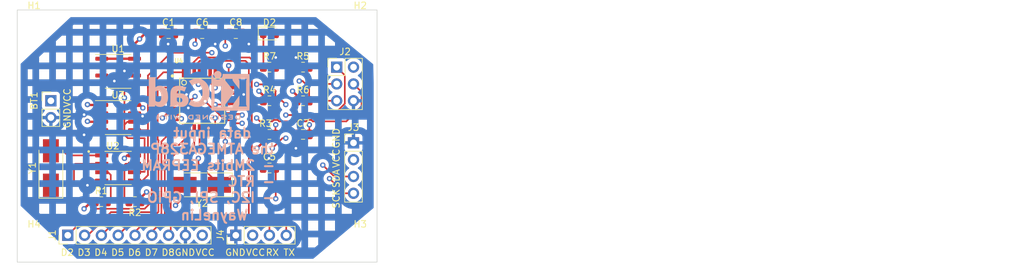
<source format=kicad_pcb>
(kicad_pcb (version 20211014) (generator pcbnew)
  (title_block (title "MCU with memory and clock") (date "2022-01-06") (rev "1") (comment 1 "2-Layout PCB version"))
  (layers (0 "F.Cu" mixed) (1 "In1.Cu" mixed) (2 "In2.Cu" mixed) (31 "B.Cu" mixed) (34 "B.Paste" user) (35 "F.Paste" user) (36 "B.SilkS" user "B.Silkscreen") (37 "F.SilkS" user "F.Silkscreen") (38 "B.Mask" user) (39 "F.Mask" user) (44 "Edge.Cuts" user))
  (property "Project_name" "MCU with memory and clock")
  (net 0 "")
  (net 1 "Net-(U4-Pad18)")
  (net 2 "GND")
  (net 3 "/VCC")
  (net 4 "Net-(U4-Pad7)")
  (net 5 "Net-(Y2-Pad1)")
  (net 6 "Net-(U4-Pad20)")
  (net 7 "Net-(D2-Pad1)")
  (net 8 "/D2")
  (net 9 "/D3")
  (net 10 "/D4")
  (net 11 "/D5")
  (net 12 "/D6")
  (net 13 "/D7")
  (net 14 "/D8")
  (net 15 "/MISO")
  (net 16 "/SCK")
  (net 17 "/MOSI")
  (net 18 "/RESET")
  (net 19 "/SDA")
  (net 20 "/RX")
  (net 21 "/TX")
  (net 22 "Net-(U2-Pad3)")
  (net 23 "Net-(U2-Pad7)")
  (net 24 "Net-(U2-Pad1)")
  (net 25 "Net-(U2-Pad2)")
  (footprint "Capacitor_SMD:C_0805_2012Metric" (layer "F.Cu") (at 129.098 108.646)
    (fp_text reference "C1" (at 0 -1.68) (layer "F.SilkS"))
    (fp_text value "0.1uF")
    (pad "1" smd roundrect locked (at -0.95 0) (size 1 1.45) (layers "F.Cu" "F.Paste" "F.Mask") (net 3 "/VCC"))
    (pad "2" smd roundrect locked (at 0.95 0) (size 1 1.45) (layers "F.Cu" "F.Paste" "F.Mask") (net 2 "GND"))
  )
  (footprint "Connector_PinHeader_2.54mm:PinHeader_1x02_P2.54mm_Vertical" (layer "F.Cu") (at 111.318 118.806)
    (fp_text reference "BT1" (at -2.54 0 90) (layer "F.SilkS"))
    (fp_text value "Battery")
    (pad "1" thru_hole rect locked (at 0 0) (size 1.7 1.7) (drill 1) (layers *.Cu *.Mask) (net 3 "/VCC"))
    (pad "2" thru_hole oval locked (at 0 2.54) (size 1.7 1.7) (drill 1) (layers *.Cu *.Mask) (net 2 "GND"))
  )
  (footprint "Connector_PinHeader_2.54mm:PinHeader_1x04_P2.54mm_Vertical" (layer "F.Cu") (at 157.038 125.166)
    (fp_text reference "J3" (at 0 -2.33) (layer "F.SilkS"))
    (fp_text value "Conn_01x04_Male")
    (pad "1" thru_hole rect locked (at 0 0) (size 1.7 1.7) (drill 1) (layers *.Cu *.Mask) (net 2 "GND"))
    (pad "2" thru_hole oval locked (at 0 2.54) (size 1.7 1.7) (drill 1) (layers *.Cu *.Mask) (net 3 "/VCC"))
    (pad "3" thru_hole oval locked (at 0 5.08) (size 1.7 1.7) (drill 1) (layers *.Cu *.Mask) (net 19 "/SDA"))
    (pad "4" thru_hole oval locked (at 0 7.62) (size 1.7 1.7) (drill 1) (layers *.Cu *.Mask) (net 16 "/SCK"))
  )
  (footprint "Package_SO:SOIC-8_3.9x4.9mm_P1.27mm" (layer "F.Cu") (at 121.478 121.346)
    (fp_text reference "U3" (at 0 -3.4) (layer "F.SilkS"))
    (fp_text value "24LC1025")
    (pad "1" smd roundrect locked (at -2.475 -1.905) (size 1.95 0.6) (layers "F.Cu" "F.Paste" "F.Mask") (net 3 "/VCC"))
    (pad "2" smd roundrect locked (at -2.475 -0.635) (size 1.95 0.6) (layers "F.Cu" "F.Paste" "F.Mask") (net 2 "GND"))
    (pad "3" smd roundrect locked (at -2.475 0.635) (size 1.95 0.6) (layers "F.Cu" "F.Paste" "F.Mask") (net 3 "/VCC"))
    (pad "4" smd roundrect locked (at -2.475 1.905) (size 1.95 0.6) (layers "F.Cu" "F.Paste" "F.Mask") (net 2 "GND"))
    (pad "5" smd roundrect locked (at 2.475 1.905) (size 1.95 0.6) (layers "F.Cu" "F.Paste" "F.Mask") (net 19 "/SDA"))
    (pad "6" smd roundrect locked (at 2.475 0.635) (size 1.95 0.6) (layers "F.Cu" "F.Paste" "F.Mask") (net 16 "/SCK"))
    (pad "7" smd roundrect locked (at 2.475 -0.635) (size 1.95 0.6) (layers "F.Cu" "F.Paste" "F.Mask") (net 2 "GND"))
    (pad "8" smd roundrect locked (at 2.475 -1.905) (size 1.95 0.6) (layers "F.Cu" "F.Paste" "F.Mask") (net 3 "/VCC"))
  )
  (footprint "Connector_PinHeader_2.54mm:PinHeader_2x03_P2.54mm_Vertical" (layer "F.Cu") (at 154.498 113.726)
    (fp_text reference "J2" (at 1.27 -2.33) (layer "F.SilkS"))
    (fp_text value "Conn_02x03_Odd_Even")
    (pad "1" thru_hole rect locked (at 0 0) (size 1.7 1.7) (drill 1) (layers *.Cu *.Mask) (net 15 "/MISO"))
    (pad "2" thru_hole oval locked (at 2.54 0) (size 1.7 1.7) (drill 1) (layers *.Cu *.Mask) (net 3 "/VCC"))
    (pad "3" thru_hole oval locked (at 0 2.54) (size 1.7 1.7) (drill 1) (layers *.Cu *.Mask) (net 16 "/SCK"))
    (pad "4" thru_hole oval locked (at 2.54 2.54) (size 1.7 1.7) (drill 1) (layers *.Cu *.Mask) (net 17 "/MOSI"))
    (pad "5" thru_hole oval locked (at 0 5.08) (size 1.7 1.7) (drill 1) (layers *.Cu *.Mask) (net 18 "/RESET"))
    (pad "6" thru_hole oval locked (at 2.54 5.08) (size 1.7 1.7) (drill 1) (layers *.Cu *.Mask) (net 2 "GND"))
  )
  (footprint "Resistor_SMD:R_0805_2012Metric" (layer "F.Cu") (at 144.338 118.806)
    (fp_text reference "R4" (at 0 -1.65) (layer "F.SilkS"))
    (fp_text value "4.7K")
    (pad "1" smd roundrect locked (at -0.9125 0) (size 1.025 1.4) (layers "F.Cu" "F.Paste" "F.Mask") (roundrect_rratio 0.243902439) (net 3 "/VCC"))
    (pad "2" smd roundrect locked (at 0.9125 0) (size 1.025 1.4) (layers "F.Cu" "F.Paste" "F.Mask") (roundrect_rratio 0.243902439) (net 19 "/SDA"))
  )
  (footprint "Capacitor_SMD:C_0805_2012Metric" (layer "F.Cu") (at 149.418 123.886)
    (fp_text reference "C7" (at 0 -1.68) (layer "F.SilkS"))
    (fp_text value "0.1uF")
    (pad "1" smd roundrect locked (at -0.95 0) (size 1 1.45) (layers "F.Cu" "F.Paste" "F.Mask") (net 2 "GND"))
    (pad "2" smd roundrect locked (at 0.95 0) (size 1 1.45) (layers "F.Cu" "F.Paste" "F.Mask") (net 6 "Net-(U4-Pad20)"))
  )
  (footprint "Resistor_SMD:R_0805_2012Metric" (layer "F.Cu") (at 124.018 134.046 180)
    (fp_text reference "R2" (at 0 -1.65) (layer "F.SilkS"))
    (fp_text value "10k")
    (pad "1" smd roundrect locked (at -0.9125 0 180) (size 1.025 1.4) (layers "F.Cu" "F.Paste" "F.Mask") (roundrect_rratio 0.243902439) (net 3 "/VCC"))
    (pad "2" smd roundrect locked (at 0.9125 0 180) (size 1.025 1.4) (layers "F.Cu" "F.Paste" "F.Mask") (roundrect_rratio 0.243902439) (net 23 "Net-(U2-Pad7)"))
  )
  (footprint "MountingHole:MountingHole_2.1mm" (layer "F.Cu") (at 108.778 140.65)
    (fp_text reference "H4" (at 0 -3.2) (layer "F.SilkS"))
    (fp_text value "MountingHole")
    (pad "" np_thru_hole circle locked (at 0 0) (size 2.1 2.1) (drill 2.1) (layers *.Cu *.Mask))
  )
  (footprint "Resistor_SMD:R_0805_2012Metric" (layer "F.Cu") (at 118.938 134.046)
    (fp_text reference "R1" (at 0 -1.65) (layer "F.SilkS"))
    (fp_text value "10k")
    (pad "1" smd roundrect locked (at -0.9125 0) (size 1.025 1.4) (layers "F.Cu" "F.Paste" "F.Mask") (roundrect_rratio 0.243902439) (net 3 "/VCC"))
    (pad "2" smd roundrect locked (at 0.9125 0) (size 1.025 1.4) (layers "F.Cu" "F.Paste" "F.Mask") (roundrect_rratio 0.243902439) (net 22 "Net-(U2-Pad3)"))
  )
  (footprint "Capacitor_SMD:C_0805_2012Metric" (layer "F.Cu") (at 134.178 108.646)
    (fp_text reference "C6" (at 0 -1.68) (layer "F.SilkS"))
    (fp_text value "22pF")
    (pad "1" smd roundrect locked (at -0.95 0) (size 1 1.45) (layers "F.Cu" "F.Paste" "F.Mask") (net 5 "Net-(Y2-Pad1)"))
    (pad "2" smd roundrect locked (at 0.95 0) (size 1 1.45) (layers "F.Cu" "F.Paste" "F.Mask") (net 2 "GND"))
  )
  (footprint "footprint:QFP80P900X900X120-32N" (layer "F.Cu") (at 134.178 118.806)
    (fp_text reference "U4" (at -3.543445 -6.038067) (layer "F.SilkS") (effects (font (size 0.641239 0.641239))))
    (fp_text value "ATMEGA328P-AU")
    (pad "1" smd rect locked (at -4.3 -2.8) (size 1.5 0.55) (layers "F.Cu" "F.Paste" "F.Mask") (net 9 "/D3"))
    (pad "2" smd rect locked (at -4.3 -2) (size 1.5 0.55) (layers "F.Cu" "F.Paste" "F.Mask") (net 10 "/D4"))
    (pad "3" smd rect locked (at -4.3 -1.2) (size 1.5 0.55) (layers "F.Cu" "F.Paste" "F.Mask") (net 2 "GND"))
    (pad "4" smd rect locked (at -4.3 -0.4) (size 1.5 0.55) (layers "F.Cu" "F.Paste" "F.Mask") (net 3 "/VCC"))
    (pad "5" smd rect locked (at -4.3 0.4) (size 1.5 0.55) (layers "F.Cu" "F.Paste" "F.Mask") (net 2 "GND"))
    (pad "6" smd rect locked (at -4.3 1.2) (size 1.5 0.55) (layers "F.Cu" "F.Paste" "F.Mask"))
    (pad "7" smd rect locked (at -4.3 2) (size 1.5 0.55) (layers "F.Cu" "F.Paste" "F.Mask") (net 4 "Net-(U4-Pad7)"))
    (pad "8" smd rect locked (at -4.3 2.8) (size 1.5 0.55) (layers "F.Cu" "F.Paste" "F.Mask") (net 5 "Net-(Y2-Pad1)"))
    (pad "9" smd rect locked (at -2.8 4.3) (size 0.55 1.5) (layers "F.Cu" "F.Paste" "F.Mask") (net 11 "/D5"))
    (pad "10" smd rect locked (at -2 4.3) (size 0.55 1.5) (layers "F.Cu" "F.Paste" "F.Mask") (net 12 "/D6"))
    (pad "11" smd rect locked (at -1.2 4.3) (size 0.55 1.5) (layers "F.Cu" "F.Paste" "F.Mask") (net 13 "/D7"))
    (pad "12" smd rect locked (at -0.4 4.3) (size 0.55 1.5) (layers "F.Cu" "F.Paste" "F.Mask") (net 14 "/D8"))
    (pad "13" smd rect locked (at 0.4 4.3) (size 0.55 1.5) (layers "F.Cu" "F.Paste" "F.Mask"))
    (pad "14" smd rect locked (at 1.2 4.3) (size 0.55 1.5) (layers "F.Cu" "F.Paste" "F.Mask"))
    (pad "15" smd rect locked (at 2 4.3) (size 0.55 1.5) (layers "F.Cu" "F.Paste" "F.Mask") (net 17 "/MOSI"))
    (pad "16" smd rect locked (at 2.8 4.3) (size 0.55 1.5) (layers "F.Cu" "F.Paste" "F.Mask") (net 15 "/MISO"))
    (pad "17" smd rect locked (at 4.3 2.8) (size 1.5 0.55) (layers "F.Cu" "F.Paste" "F.Mask") (net 16 "/SCK"))
    (pad "18" smd rect locked (at 4.3 2) (size 1.5 0.55) (layers "F.Cu" "F.Paste" "F.Mask") (net 3 "/VCC"))
    (pad "19" smd rect locked (at 4.3 1.2) (size 1.5 0.55) (layers "F.Cu" "F.Paste" "F.Mask"))
    (pad "20" smd rect locked (at 4.3 0.4) (size 1.5 0.55) (layers "F.Cu" "F.Paste" "F.Mask") (net 6 "Net-(U4-Pad20)"))
    (pad "21" smd rect locked (at 4.3 -0.4) (size 1.5 0.55) (layers "F.Cu" "F.Paste" "F.Mask") (net 2 "GND"))
    (pad "22" smd rect locked (at 4.3 -1.2) (size 1.5 0.55) (layers "F.Cu" "F.Paste" "F.Mask"))
    (pad "23" smd rect locked (at 4.3 -2) (size 1.5 0.55) (layers "F.Cu" "F.Paste" "F.Mask"))
    (pad "24" smd rect locked (at 4.3 -2.8) (size 1.5 0.55) (layers "F.Cu" "F.Paste" "F.Mask"))
    (pad "25" smd rect locked (at 2.8 -4.3) (size 0.55 1.5) (layers "F.Cu" "F.Paste" "F.Mask"))
    (pad "26" smd rect locked (at 2 -4.3) (size 0.55 1.5) (layers "F.Cu" "F.Paste" "F.Mask"))
    (pad "27" smd rect locked (at 1.2 -4.3) (size 0.55 1.5) (layers "F.Cu" "F.Paste" "F.Mask") (net 19 "/SDA"))
    (pad "28" smd rect locked (at 0.4 -4.3) (size 0.55 1.5) (layers "F.Cu" "F.Paste" "F.Mask") (net 16 "/SCK"))
    (pad "29" smd rect locked (at -0.4 -4.3) (size 0.55 1.5) (layers "F.Cu" "F.Paste" "F.Mask") (net 18 "/RESET"))
    (pad "30" smd rect locked (at -1.2 -4.3) (size 0.55 1.5) (layers "F.Cu" "F.Paste" "F.Mask") (net 20 "/RX"))
    (pad "31" smd rect locked (at -2 -4.3) (size 0.55 1.5) (layers "F.Cu" "F.Paste" "F.Mask") (net 21 "/TX"))
    (pad "32" smd rect locked (at -2.8 -4.3) (size 0.55 1.5) (layers "F.Cu" "F.Paste" "F.Mask") (net 8 "/D2"))
  )
  (footprint "Crystal:Crystal_SMD_5032-2Pin_5.0x3.2mm_HandSoldering" (layer "F.Cu") (at 134.178 131.506 180)
    (fp_text reference "Y2" (at 0 -2.8) (layer "F.SilkS"))
    (fp_text value "16 MHz")
    (pad "1" smd rect locked (at -2.6 0 180) (size 3.5 2.4) (layers "F.Cu" "F.Paste" "F.Mask") (net 5 "Net-(Y2-Pad1)"))
    (pad "2" smd rect locked (at 2.6 0 180) (size 3.5 2.4) (layers "F.Cu" "F.Paste" "F.Mask") (net 4 "Net-(U4-Pad7)"))
  )
  (footprint "MountingHole:MountingHole_2.1mm" (layer "F.Cu") (at 158.054 107.63)
    (fp_text reference "H2" (at 0 -3.2) (layer "F.SilkS"))
    (fp_text value "MountingHole")
    (pad "" np_thru_hole circle locked (at 0 0) (size 2.1 2.1) (drill 2.1) (layers *.Cu *.Mask))
  )
  (footprint "Connector_PinHeader_2.54mm:PinHeader_1x04_P2.54mm_Vertical" (layer "F.Cu") (at 139.258 139.126 90)
    (fp_text reference "J4" (at 0 -2.33 90) (layer "F.SilkS"))
    (fp_text value "Conn_01x04_Male")
    (pad "1" thru_hole rect locked (at 0 0 90) (size 1.7 1.7) (drill 1) (layers *.Cu *.Mask) (net 2 "GND"))
    (pad "2" thru_hole oval locked (at 0 2.54 90) (size 1.7 1.7) (drill 1) (layers *.Cu *.Mask) (net 3 "/VCC"))
    (pad "3" thru_hole oval locked (at 0 5.08 90) (size 1.7 1.7) (drill 1) (layers *.Cu *.Mask) (net 20 "/RX"))
    (pad "4" thru_hole oval locked (at 0 7.62 90) (size 1.7 1.7) (drill 1) (layers *.Cu *.Mask) (net 21 "/TX"))
  )
  (footprint "footprint:SOIC127P600X175-8N" (layer "F.Cu") (at 121.478 128.966)
    (fp_text reference "U2" (at -0.795 -3.332) (layer "F.SilkS"))
    (fp_text value "DS1337S+")
    (pad "1" smd roundrect locked (at -2.475 -1.905) (size 1.97 0.59) (layers "F.Cu" "F.Paste" "F.Mask") (roundrect_rratio 0.07) (net 24 "Net-(U2-Pad1)"))
    (pad "2" smd roundrect locked (at -2.475 -0.635) (size 1.97 0.59) (layers "F.Cu" "F.Paste" "F.Mask") (roundrect_rratio 0.07) (net 25 "Net-(U2-Pad2)"))
    (pad "3" smd roundrect locked (at -2.475 0.635) (size 1.97 0.59) (layers "F.Cu" "F.Paste" "F.Mask") (roundrect_rratio 0.07) (net 22 "Net-(U2-Pad3)"))
    (pad "4" smd roundrect locked (at -2.475 1.905) (size 1.97 0.59) (layers "F.Cu" "F.Paste" "F.Mask") (roundrect_rratio 0.07) (net 2 "GND"))
    (pad "5" smd roundrect locked (at 2.475 1.905) (size 1.97 0.59) (layers "F.Cu" "F.Paste" "F.Mask") (roundrect_rratio 0.07) (net 19 "/SDA"))
    (pad "6" smd roundrect locked (at 2.475 0.635) (size 1.97 0.59) (layers "F.Cu" "F.Paste" "F.Mask") (roundrect_rratio 0.07) (net 16 "/SCK"))
    (pad "7" smd roundrect locked (at 2.475 -0.635) (size 1.97 0.59) (layers "F.Cu" "F.Paste" "F.Mask") (roundrect_rratio 0.07) (net 23 "Net-(U2-Pad7)"))
    (pad "8" smd roundrect locked (at 2.475 -1.905) (size 1.97 0.59) (layers "F.Cu" "F.Paste" "F.Mask") (roundrect_rratio 0.07) (net 3 "/VCC"))
  )
  (footprint "Capacitor_SMD:C_0805_2012Metric" (layer "F.Cu") (at 139.258 108.646)
    (fp_text reference "C8" (at 0 -1.68) (layer "F.SilkS"))
    (fp_text value "100nF")
    (pad "1" smd roundrect locked (at -0.95 0) (size 1 1.45) (layers "F.Cu" "F.Paste" "F.Mask") (net 3 "/VCC"))
    (pad "2" smd roundrect locked (at 0.95 0) (size 1 1.45) (layers "F.Cu" "F.Paste" "F.Mask") (net 2 "GND"))
  )
  (footprint "Resistor_SMD:R_0805_2012Metric" (layer "F.Cu") (at 144.338 113.726)
    (fp_text reference "R7" (at 0 -1.65) (layer "F.SilkS"))
    (fp_text value "330")
    (pad "1" smd roundrect locked (at -0.9125 0) (size 1.025 1.4) (layers "F.Cu" "F.Paste" "F.Mask") (roundrect_rratio 0.243902439) (net 7 "Net-(D2-Pad1)"))
    (pad "2" smd roundrect locked (at 0.9125 0) (size 1.025 1.4) (layers "F.Cu" "F.Paste" "F.Mask") (roundrect_rratio 0.243902439) (net 2 "GND"))
  )
  (footprint "Resistor_SMD:R_0805_2012Metric" (layer "F.Cu") (at 149.418 118.806)
    (fp_text reference "R6" (at 0 -1.65) (layer "F.SilkS"))
    (fp_text value "10K")
    (pad "1" smd roundrect locked (at -0.9125 0) (size 1.025 1.4) (layers "F.Cu" "F.Paste" "F.Mask") (roundrect_rratio 0.243902439) (net 3 "/VCC"))
    (pad "2" smd roundrect locked (at 0.9125 0) (size 1.025 1.4) (layers "F.Cu" "F.Paste" "F.Mask") (roundrect_rratio 0.243902439) (net 18 "/RESET"))
  )
  (footprint "Capacitor_SMD:C_0805_2012Metric" (layer "F.Cu") (at 144.338 128.966)
    (fp_text reference "C5" (at 0 -1.68) (layer "F.SilkS"))
    (fp_text value "22pF")
    (pad "1" smd roundrect locked (at -0.95 0) (size 1 1.45) (layers "F.Cu" "F.Paste" "F.Mask") (net 2 "GND"))
    (pad "2" smd roundrect locked (at 0.95 0) (size 1 1.45) (layers "F.Cu" "F.Paste" "F.Mask") (net 4 "Net-(U4-Pad7)"))
  )
  (footprint "LED_SMD:LED_0805_2012Metric" (layer "F.Cu") (at 144.338 108.646)
    (fp_text reference "D2" (at 0 -1.65) (layer "F.SilkS"))
    (fp_text value "LED")
    (pad "1" smd roundrect locked (at -0.9375 0) (size 0.975 1.4) (layers "F.Cu" "F.Paste" "F.Mask") (net 7 "Net-(D2-Pad1)"))
    (pad "2" smd roundrect locked (at 0.9375 0) (size 0.975 1.4) (layers "F.Cu" "F.Paste" "F.Mask") (net 1 "Net-(U4-Pad18)"))
  )
  (footprint "Crystal:Crystal_SMD_5032-2Pin_5.0x3.2mm_HandSoldering" (layer "F.Cu") (at 111.318 128.966 90)
    (fp_text reference "Y1" (at 0 -2.8 90) (layer "F.SilkS"))
    (fp_text value "32.768 KHz")
    (pad "1" smd rect locked (at -2.6 0 90) (size 3.5 2.4) (layers "F.Cu" "F.Paste" "F.Mask") (net 25 "Net-(U2-Pad2)"))
    (pad "2" smd rect locked (at 2.6 0 90) (size 3.5 2.4) (layers "F.Cu" "F.Paste" "F.Mask") (net 24 "Net-(U2-Pad1)"))
  )
  (footprint "Package_SO:SOIC-8_3.9x4.9mm_P1.27mm" (layer "F.Cu") (at 121.478 114.361)
    (fp_text reference "U1" (at 0 -3.4) (layer "F.SilkS"))
    (fp_text value "24LC1025")
    (pad "1" smd roundrect locked (at -2.475 -1.905) (size 1.95 0.6) (layers "F.Cu" "F.Paste" "F.Mask") (net 3 "/VCC"))
    (pad "2" smd roundrect locked (at -2.475 -0.635) (size 1.95 0.6) (layers "F.Cu" "F.Paste" "F.Mask") (net 3 "/VCC"))
    (pad "3" smd roundrect locked (at -2.475 0.635) (size 1.95 0.6) (layers "F.Cu" "F.Paste" "F.Mask") (net 3 "/VCC"))
    (pad "4" smd roundrect locked (at -2.475 1.905) (size 1.95 0.6) (layers "F.Cu" "F.Paste" "F.Mask") (net 2 "GND"))
    (pad "5" smd roundrect locked (at 2.475 1.905) (size 1.95 0.6) (layers "F.Cu" "F.Paste" "F.Mask") (net 19 "/SDA"))
    (pad "6" smd roundrect locked (at 2.475 0.635) (size 1.95 0.6) (layers "F.Cu" "F.Paste" "F.Mask") (net 16 "/SCK"))
    (pad "7" smd roundrect locked (at 2.475 -0.635) (size 1.95 0.6) (layers "F.Cu" "F.Paste" "F.Mask") (net 2 "GND"))
    (pad "8" smd roundrect locked (at 2.475 -1.905) (size 1.95 0.6) (layers "F.Cu" "F.Paste" "F.Mask") (net 3 "/VCC"))
  )
  (footprint "MountingHole:MountingHole_2.1mm" (layer "F.Cu") (at 158.054 140.65)
    (fp_text reference "H3" (at 0 -3.2) (layer "F.SilkS"))
    (fp_text value "MountingHole")
    (pad "" np_thru_hole circle locked (at 0 0) (size 2.1 2.1) (drill 2.1) (layers *.Cu *.Mask))
  )
  (footprint "Connector_PinHeader_2.54mm:PinHeader_1x09_P2.54mm_Vertical" (layer "F.Cu") (at 113.868 139.126 90)
    (fp_text reference "J1" (at 0 -2.33 90) (layer "F.SilkS"))
    (fp_text value "Conn_01x09_Male")
    (pad "1" thru_hole rect locked (at 0 0 90) (size 1.7 1.7) (drill 1) (layers *.Cu *.Mask) (net 8 "/D2"))
    (pad "2" thru_hole oval locked (at 0 2.54 90) (size 1.7 1.7) (drill 1) (layers *.Cu *.Mask) (net 9 "/D3"))
    (pad "3" thru_hole oval locked (at 0 5.08 90) (size 1.7 1.7) (drill 1) (layers *.Cu *.Mask) (net 10 "/D4"))
    (pad "4" thru_hole oval locked (at 0 7.62 90) (size 1.7 1.7) (drill 1) (layers *.Cu *.Mask) (net 11 "/D5"))
    (pad "5" thru_hole oval locked (at 0 10.16 90) (size 1.7 1.7) (drill 1) (layers *.Cu *.Mask) (net 12 "/D6"))
    (pad "6" thru_hole oval locked (at 0 12.7 90) (size 1.7 1.7) (drill 1) (layers *.Cu *.Mask) (net 13 "/D7"))
    (pad "7" thru_hole oval locked (at 0 15.24 90) (size 1.7 1.7) (drill 1) (layers *.Cu *.Mask) (net 14 "/D8"))
    (pad "8" thru_hole oval locked (at 0 17.78 90) (size 1.7 1.7) (drill 1) (layers *.Cu *.Mask) (net 2 "GND"))
    (pad "9" thru_hole oval locked (at 0 20.32 90) (size 1.7 1.7) (drill 1) (layers *.Cu *.Mask) (net 3 "/VCC"))
  )
  (footprint "Resistor_SMD:R_0805_2012Metric" (layer "F.Cu") (at 149.418 113.726)
    (fp_text reference "R5" (at 0 -1.65) (layer "F.SilkS"))
    (fp_text value "330")
    (pad "1" smd roundrect locked (at -0.9125 0) (size 1.025 1.4) (layers "F.Cu" "F.Paste" "F.Mask") (roundrect_rratio 0.243902439) (net 2 "GND"))
    (pad "2" smd roundrect locked (at 0.9125 0) (size 1.025 1.4) (layers "F.Cu" "F.Paste" "F.Mask") (roundrect_rratio 0.243902439) (net 16 "/SCK"))
  )
  (footprint "Resistor_SMD:R_0805_2012Metric" (layer "F.Cu") (at 144.338 123.886)
    (fp_text reference "R3" (at -0.574 -1.65) (layer "F.SilkS"))
    (fp_text value "4.7K")
    (pad "1" smd roundrect locked (at -0.9125 0) (size 1.025 1.4) (layers "F.Cu" "F.Paste" "F.Mask") (roundrect_rratio 0.243902439) (net 3 "/VCC"))
    (pad "2" smd roundrect locked (at 0.9125 0) (size 1.025 1.4) (layers "F.Cu" "F.Paste" "F.Mask") (roundrect_rratio 0.243902439) (net 16 "/SCK"))
  )
  (footprint "MountingHole:MountingHole_2.1mm" (layer "F.Cu") (at 108.778 107.63)
    (fp_text reference "H1" (at 0 -3.2) (layer "F.SilkS"))
    (fp_text value "MountingHole")
    (pad "" np_thru_hole circle locked (at 0 0) (size 2.1 2.1) (drill 2.1) (layers *.Cu *.Mask))
  )
  (footprint "Symbol:KiCad-Logo2_6mm_SilkScreen" (layer "B.Cu") (at 133.67 117.282 180)
    (fp_text reference "REF**" hide)
    (fp_text value "KiCad-Logo2_6mm_SilkScreen" hide)
  )
  (gr_rect (start 106.238 143.19) (end 160.594 105.09) (layer "Edge.Cuts") (width 0.1) (fill none))
  (gr_text "data input\nthe ATMEGA328P" (at 135.702 124.902) (layer "B.SilkS") (effects (font (size 1.5 1.5) (thickness 0.3)) (justify mirror)))
  (gr_text "WayneLin" (at 141.29 136.078) (layer "B.SilkS") (effects (font (size 1.5 1.5) (thickness 0.3)) (justify left mirror)))
  (gr_text "- 2Mbits EEPRAM\n- RTC\n- I2C, SPI, GPIO\n" (at 145.354 130.998) (layer "B.SilkS") (effects (font (size 1.5 1.5) (thickness 0.3)) (justify left mirror)))
  (gr_text "GND\n" (at 154.432 124.46 90) (layer "F.SilkS") (effects (font (size 1 1))))
  (gr_text "D5" (at 121.412 141.732) (layer "F.SilkS") (effects (font (size 1 1))))
  (gr_text "VCC" (at 142.24 141.732) (layer "F.SilkS") (effects (font (size 1 1))))
  (gr_text "GND\n" (at 113.792 121.412 90) (layer "F.SilkS") (effects (font (size 1 1))))
  (gr_text "GND\n" (at 139.192 141.732) (layer "F.SilkS") (effects (font (size 1 1))))
  (gr_text "GND\n" (at 131.572 141.732) (layer "F.SilkS") (effects (font (size 1 1))))
  (gr_text "D8" (at 129.032 141.732) (layer "F.SilkS") (effects (font (size 1 1))))
  (gr_text "D3\n" (at 116.332 141.732) (layer "F.SilkS") (effects (font (size 1 1))))
  (gr_text "TX\n" (at 147.32 141.729389) (layer "F.SilkS") (effects (font (size 1 1))))
  (gr_text "D4\n" (at 118.872 141.732) (layer "F.SilkS") (effects (font (size 1 1))))
  (gr_text "D7" (at 126.492 141.732) (layer "F.SilkS") (effects (font (size 1 1))))
  (gr_text "D2" (at 113.792 141.732) (layer "F.SilkS") (effects (font (size 1 1))))
  (gr_text "VCC" (at 113.792 118.364 90) (layer "F.SilkS") (effects (font (size 1 1))))
  (gr_text "RX\n" (at 144.78 141.732) (layer "F.SilkS") (effects (font (size 1 1))))
  (gr_text "SDA\n" (at 154.432 130.556 90) (layer "F.SilkS") (effects (font (size 1 1))))
  (gr_text "VCC" (at 154.432 127.508 90) (layer "F.SilkS") (effects (font (size 1 1))))
  (gr_text "D6\n" (at 123.952 141.732) (layer "F.SilkS") (effects (font (size 1 1))))
  (gr_text "SCK" (at 154.432 133.604 90) (layer "F.SilkS") (effects (font (size 1 1))))
  (gr_text "VCC" (at 134.62 141.732) (layer "F.SilkS") (effects (font (size 1 1))))
  (segment (start 131.561972 117.606) (end 131.811972 117.856) (width 0.35) (layer "F.Cu") (net 2))
  (segment (start 120.462 116.266) (end 120.904 115.824) (width 0.35) (layer "F.Cu") (net 2))
  (segment (start 148.468 123.886) (end 148.468 125.852) (width 0.35) (layer "F.Cu") (net 2))
  (segment (start 143.388 128.392) (end 144.272 127.508) (width 0.35) (layer "F.Cu") (net 2))
  (segment (start 140.208 109.728) (end 140.716 110.236) (width 0.35) (layer "F.Cu") (net 2))
  (segment (start 140.716 110.236) (end 141.224 110.236) (width 0.35) (layer "F.Cu") (net 2))
  (segment (start 135.128 108.646) (end 135.128 109.22) (width 0.35) (layer "F.Cu") (net 2))
  (segment (start 119.003 116.266) (end 120.462 116.266) (width 0.35) (layer "F.Cu") (net 2))
  (segment (start 139.8995 118.406) (end 140.4495 117.856) (width 0.35) (layer "F.Cu") (net 2))
  (segment (start 119.003 120.711) (end 116.525 120.711) (width 0.35) (layer "F.Cu") (net 2))
  (segment (start 116.525 120.711) (end 116.332 120.904) (width 0.35) (layer "F.Cu") (net 2))
  (segment (start 129.878 117.606) (end 131.561972 117.606) (width 0.35) (layer "F.Cu") (net 2))
  (segment (start 145.2505 113.726) (end 145.2505 112.3055) (width 0.35) (layer "F.Cu") (net 2))
  (segment (start 117.033 123.251) (end 116.332 123.952) (width 0.35) (layer "F.Cu") (net 2))
  (segment (start 123.953 113.726) (end 123.002 113.726) (width 0.35) (layer "F.Cu") (net 2))
  (segment (start 119.003 130.871) (end 117.541 130.871) (width 0.35) (layer "F.Cu") (net 2))
  (segment (start 138.478 118.406) (end 139.8995 118.406) (width 0.35) (layer "F.Cu") (net 2))
  (segment (start 130.048 109.22) (end 129.032 110.236) (width 0.35) (layer "F.Cu") (net 2))
  (segment (start 140.208 108.646) (end 140.208 109.728) (width 0.35) (layer "F.Cu") (net 2))
  (segment (start 145.2505 112.3055) (end 145.288 112.268) (width 0.35) (layer "F.Cu") (net 2))
  (segment (start 119.003 123.251) (end 117.033 123.251) (width 0.35) (layer "F.Cu") (net 2))
  (segment (start 148.468 125.852) (end 148.336 125.984) (width 0.35) (layer "F.Cu") (net 2))
  (segment (start 129.878 119.206) (end 131.398 119.206) (width 0.35) (layer "F.Cu") (net 2))
  (segment (start 148.5055 112.4375) (end 148.336 112.268) (width 0.35) (layer "F.Cu") (net 2))
  (segment (start 143.388 128.966) (end 143.388 128.392) (width 0.35) (layer "F.Cu") (net 2))
  (segment (start 117.541 130.871) (end 116.84 131.572) (width 0.35) (layer "F.Cu") (net 2))
  (segment (start 148.5055 113.726) (end 148.5055 112.4375) (width 0.35) (layer "F.Cu") (net 2))
  (segment (start 130.048 108.646) (end 130.048 109.22) (width 0.35) (layer "F.Cu") (net 2))
  (segment (start 131.398 119.206) (end 132.08 119.888) (width 0.35) (layer "F.Cu") (net 2))
  (segment (start 123.002 113.726) (end 122.428 114.3) (width 0.35) (layer "F.Cu") (net 2))
  (segment (start 124.746265 120.711) (end 125.16877 121.133505) (width 0.35) (layer "F.Cu") (net 2))
  (segment (start 135.128 109.22) (end 136.144 110.236) (width 0.35) (layer "F.Cu") (net 2))
  (segment (start 123.953 120.711) (end 124.746265 120.711) (width 0.35) (layer "F.Cu") (net 2))
  (via (at 125.16877 121.133505) (size 0.8) (drill 0.4) (layers "F.Cu" "B.Cu") (net 2))
  (via (at 141.224 110.236) (size 0.8) (drill 0.4) (layers "F.Cu" "B.Cu") (net 2))
  (via (at 116.332 120.904) (size 0.8) (drill 0.4) (layers "F.Cu" "B.Cu") (net 2))
  (via (at 116.84 131.572) (size 0.8) (drill 0.4) (layers "F.Cu" "B.Cu") (net 2))
  (via (at 116.332 123.952) (size 0.8) (drill 0.4) (layers "F.Cu" "B.Cu") (net 2))
  (via (at 131.811972 117.856) (size 0.8) (drill 0.4) (layers "F.Cu" "B.Cu") (net 2))
  (via (at 148.336 112.268) (size 0.8) (drill 0.4) (layers "F.Cu" "B.Cu") (net 2))
  (via (at 144.272 127.508) (size 0.8) (drill 0.4) (layers "F.Cu" "B.Cu") (net 2))
  (via (at 140.4495 117.856) (size 0.8) (drill 0.4) (layers "F.Cu" "B.Cu") (net 2))
  (via (at 136.144 110.236) (size 0.8) (drill 0.4) (layers "F.Cu" "B.Cu") (net 2))
  (via (at 120.904 115.824) (size 0.8) (drill 0.4) (layers "F.Cu" "B.Cu") (net 2))
  (via (at 148.336 125.984) (size 0.8) (drill 0.4) (layers "F.Cu" "B.Cu") (net 2))
  (via (at 129.032 110.236) (size 0.8) (drill 0.4) (layers "F.Cu" "B.Cu") (net 2))
  (via (at 145.288 112.268) (size 0.8) (drill 0.4) (layers "F.Cu" "B.Cu") (net 2))
  (via (at 132.08 119.888) (size 0.8) (drill 0.4) (layers "F.Cu" "B.Cu") (net 2))
  (via (at 122.428 114.3) (size 0.8) (drill 0.4) (layers "F.Cu" "B.Cu") (net 2))
  (segment (start 122.875 127.061) (end 122.428 127.508) (width 0.35) (layer "F.Cu") (net 3))
  (segment (start 119.003 114.996) (end 119.003 112.456) (width 0.35) (layer "F.Cu") (net 3))
  (segment (start 137.668 109.286) (end 137.668 110.236) (width 0.25) (layer "F.Cu") (net 3))
  (segment (start 116.901 121.981) (end 116.84 121.92) (width 0.35) (layer "F.Cu") (net 3))
  (segment (start 138.478 120.806) (end 140.051531 120.806) (width 0.25) (layer "F.Cu") (net 3))
  (segment (start 123.953 127.061) (end 122.875 127.061) (width 0.35) (layer "F.Cu") (net 3))
  (segment (start 143.4255 118.0255) (end 142.748 117.348) (width 0.35) (layer "F.Cu") (net 3))
  (segment (start 143.4255 123.886) (end 143.4255 125.00652) (width 0.35) (layer "F.Cu") (net 3))
  (segment (start 116.901 119.441) (end 116.84 119.38) (width 0.35) (layer "F.Cu") (net 3))
  (segment (start 140.051531 120.806) (end 140.208 120.962469) (width 0.25) (layer "F.Cu") (net 3))
  (segment (start 119.003 112.456) (end 123.953 112.456) (width 0.35) (layer "F.Cu") (net 3))
  (segment (start 124.762559 119.441) (end 125.2095 119.887941) (width 0.35) (layer "F.Cu") (net 3))
  (segment (start 123.952 110.236) (end 125.542 108.646) (width 0.35) (layer "F.Cu") (net 3))
  (segment (start 143.4255 118.806) (end 143.4255 118.0255) (width 0.35) (layer "F.Cu") (net 3))
  (segment (start 119.003 121.981) (end 116.901 121.981) (width 0.35) (layer "F.Cu") (net 3))
  (segment (start 132.612989 118.630511) (end 133.096 118.1475) (width 0.25) (layer "F.Cu") (net 3))
  (segment (start 124.9305 134.046) (end 124.9305 133.43348) (width 0.35) (layer "F.Cu") (net 3))
  (segment (start 123.953 112.456) (end 123.952 112.455) (width 0.35) (layer "F.Cu") (net 3))
  (segment (start 123.952 112.455) (end 123.952 110.236) (width 0.35) (layer "F.Cu") (net 3))
  (segment (start 123.953 119.441) (end 124.762559 119.441) (width 0.35) (layer "F.Cu") (net 3))
  (segment (start 119.003 119.441) (end 116.901 119.441) (width 0.35) (layer "F.Cu") (net 3))
  (segment (start 124.9305 133.43348) (end 125.77598 132.588) (width 0.35) (layer "F.Cu") (net 3))
  (segment (start 148.5055 118.806) (end 148.5055 118.0255) (width 0.35) (layer "F.Cu") (net 3))
  (segment (start 131.266647 118.406) (end 131.491158 118.630511) (width 0.25) (layer "F.Cu") (net 3))
  (segment (start 118.0255 134.046) (end 117.414 134.046) (width 0.35) (layer "F.Cu") (net 3))
  (segment (start 143.4255 125.00652) (end 142.44802 125.984) (width 0.35) (layer "F.Cu") (net 3))
  (segment (start 129.878 118.406) (end 131.266647 118.406) (width 0.25) (layer "F.Cu") (net 3))
  (segment (start 117.414 134.046) (end 116.332 135.128) (width 0.35) (layer "F.Cu") (net 3))
  (segment (start 125.542 108.646) (end 128.148 108.646) (width 0.35) (layer "F.Cu") (net 3))
  (segment (start 138.308 108.646) (end 137.668 109.286) (width 0.25) (layer "F.Cu") (net 3))
  (segment (start 137.668 110.236) (end 137.668 110.5275) (width 0.25) (layer "F.Cu") (net 3))
  (segment (start 131.491158 118.630511) (end 132.612989 118.630511) (width 0.25) (layer "F.Cu") (net 3))
  (segment (start 148.5055 118.0255) (end 147.828 117.348) (width 0.35) (layer "F.Cu") (net 3))
  (via (at 116.84 119.38) (size 0.8) (drill 0.4) (layers "F.Cu" "B.Cu") (net 3))
  (via (at 124.714 109.474) (size 0.8) (drill 0.4) (layers "F.Cu" "B.Cu") (net 3))
  (via (at 125.77598 132.588) (size 0.8) (drill 0.4) (layers "F.Cu" "B.Cu") (net 3))
  (via (at 142.748 117.348) (size 0.8) (drill 0.4) (layers "F.Cu" "B.Cu") (net 3))
  (via (at 142.44802 125.984) (size 0.8) (drill 0.4) (layers "F.Cu" "B.Cu") (net 3))
  (via (at 137.668 110.5275) (size 0.8) (drill 0.4) (layers "F.Cu" "B.Cu") (net 3))
  (via (at 116.84 121.92) (size 0.8) (drill 0.4) (layers "F.Cu" "B.Cu") (net 3))
  (via (at 116.332 135.128) (size 0.8) (drill 0.4) (layers "F.Cu" "B.Cu") (net 3))
  (via (at 125.2095 119.887941) (size 0.8) (drill 0.4) (layers "F.Cu" "B.Cu") (net 3))
  (via (at 133.096 118.1475) (size 0.8) (drill 0.4) (layers "F.Cu" "B.Cu") (net 3))
  (via (at 140.208 120.962469) (size 0.8) (drill 0.4) (layers "F.Cu" "B.Cu") (net 3))
  (via (at 122.428 127.508) (size 0.8) (drill 0.4) (layers "F.Cu" "B.Cu") (net 3))
  (via (at 147.828 117.348) (size 0.8) (drill 0.4) (layers "F.Cu" "B.Cu") (net 3))
  (segment (start 128.78002 120.806) (end 128.17402 121.412) (width 0.25) (layer "F.Cu") (net 4))
  (segment (start 130.14754 134.62) (end 131.578 133.18954) (width 0.25) (layer "F.Cu") (net 4))
  (segment (start 131.578 133.18954) (end 131.578 131.506) (width 0.25) (layer "F.Cu") (net 4))
  (segment (start 145.288 128.966) (end 145.288 133.604) (width 0.25) (layer "F.Cu") (net 4))
  (segment (start 129.878 120.806) (end 128.78002 120.806) (width 0.25) (layer "F.Cu") (net 4))
  (via (at 130.14754 134.62) (size 0.8) (drill 0.4) (layers "F.Cu" "B.Cu") (net 4))
  (via (at 145.288 133.604) (size 0.8) (drill 0.4) (layers "F.Cu" "B.Cu") (net 4))
  (via (at 128.17402 121.412) (size 0.8) (drill 0.4) (layers "F.Cu" "B.Cu") (net 4))
  (segment (start 130.878 121.606) (end 131.002511 121.481489) (width 0.25) (layer "F.Cu") (net 5))
  (segment (start 133.604 128.332) (end 133.604 127.508) (width 0.25) (layer "F.Cu") (net 5))
  (segment (start 133.096 110.236) (end 133.228 110.104) (width 0.25) (layer "F.Cu") (net 5))
  (segment (start 136.778 131.506) (end 133.604 128.332) (width 0.25) (layer "F.Cu") (net 5))
  (segment (start 129.878 121.606) (end 130.878 121.606) (width 0.25) (layer "F.Cu") (net 5))
  (segment (start 133.228 110.104) (end 133.228 108.646) (width 0.25) (layer "F.Cu") (net 5))
  (via (at 133.096 110.236) (size 0.8) (drill 0.4) (layers "F.Cu" "B.Cu") (net 5))
  (via (at 131.037472 121.518875) (size 0.8) (drill 0.4) (layers "F.Cu" "B.Cu") (net 5))
  (via (at 133.604 127.508) (size 0.8) (drill 0.4) (layers "F.Cu" "B.Cu") (net 5))
  (segment (start 138.304 119.38) (end 138.478 119.206) (width 0.25) (layer "F.Cu") (net 6))
  (segment (start 150.368 122.428) (end 150.368 123.886) (width 0.25) (layer "F.Cu") (net 6))
  (segment (start 136.144 119.38) (end 138.304 119.38) (width 0.25) (layer "F.Cu") (net 6))
  (via (at 136.144 119.38) (size 0.8) (drill 0.4) (layers "F.Cu" "B.Cu") (net 6))
  (via (at 150.368 122.428) (size 0.8) (drill 0.4) (layers "F.Cu" "B.Cu") (net 6))
  (segment (start 143.4255 108.671) (end 143.4005 108.646) (width 0.25) (layer "F.Cu") (net 7))
  (segment (start 143.4255 113.726) (end 143.4255 108.671) (width 0.25) (layer "F.Cu") (net 7))
  (segment (start 117.87348 135.12052) (end 125.48348 135.12052) (width 0.25) (layer "F.Cu") (net 8))
  (segment (start 126.55048 116.27352) (end 128.318 114.506) (width 0.25) (layer "F.Cu") (net 8))
  (segment (start 128.318 114.506) (end 131.378 114.506) (width 0.25) (layer "F.Cu") (net 8))
  (segment (start 113.868 139.126) (end 117.87348 135.12052) (width 0.25) (layer "F.Cu") (net 8))
  (segment (start 125.48348 135.12052) (end 126.55048 134.05352) (width 0.25) (layer "F.Cu") (net 8))
  (segment (start 126.55048 134.05352) (end 126.55048 116.27352) (width 0.25) (layer "F.Cu") (net 8))
  (segment (start 129.878 116.006) (end 127.834 116.006) (width 0.25) (layer "F.Cu") (net 9))
  (segment (start 127 135.508282) (end 126.872282 135.636) (width 0.25) (layer "F.Cu") (net 9))
  (segment (start 126.872282 135.636) (end 120.396 135.636) (width 0.25) (layer "F.Cu") (net 9))
  (segment (start 120.396 135.636) (end 116.906 139.126) (width 0.25) (layer "F.Cu") (net 9))
  (segment (start 116.906 139.126) (end 116.408 139.126) (width 0.25) (layer "F.Cu") (net 9))
  (segment (start 127 116.84) (end 127 135.508282) (width 0.25) (layer "F.Cu") (net 9))
  (segment (start 127.834 116.006) (end 127 116.84) (width 0.25) (layer "F.Cu") (net 9))
  (segment (start 127.669718 116.806) (end 127.449509 117.026209) (width 0.25) (layer "F.Cu") (net 10))
  (segment (start 126.94152 136.20248) (end 124.01048 136.20248) (width 0.25) (layer "F.Cu") (net 10))
  (segment (start 127.56648 135.57752) (end 126.94152 136.20248) (width 0.25) (layer "F.Cu") (net 10))
  (segment (start 124.01048 136.20248) (end 123.952 136.144) (width 0.25) (layer "F.Cu") (net 10))
  (segment (start 123.952 136.144) (end 121.93 136.144) (width 0.25) (layer "F.Cu") (net 10))
  (segment (start 127.449509 124.664831) (end 127.56648 124.781802) (width 0.25) (layer "F.Cu") (net 10))
  (segment (start 121.93 136.144) (end 118.948 139.126) (width 0.25) (layer "F.Cu") (net 10))
  (segment (start 129.878 116.806) (end 127.669718 116.806) (width 0.25) (layer "F.Cu") (net 10))
  (segment (start 127.56648 124.781802) (end 127.56648 135.57752) (width 0.25) (layer "F.Cu") (net 10))
  (segment (start 127.449509 117.026209) (end 127.449509 124.664831) (width 0.25) (layer "F.Cu") (net 10))
  (segment (start 121.488 139.126) (end 121.488 139.116) (width 0.25) (layer "F.Cu") (net 11))
  (segment (start 121.488 139.116) (end 123.952 136.652) (width 0.25) (layer "F.Cu") (net 11))
  (segment (start 128.016 135.888564) (end 128.016 124.968) (width 0.25) (layer "F.Cu") (net 11))
  (segment (start 128.016 124.968) (end 129.878 123.106) (width 0.25) (layer "F.Cu") (net 11))
  (segment (start 129.878 123.106) (end 131.378 123.106) (width 0.25) (layer "F.Cu") (net 11))
  (segment (start 123.952 136.652) (end 127.252564 136.652) (width 0.25) (layer "F.Cu") (net 11))
  (segment (start 127.252564 136.652) (end 128.016 135.888564) (width 0.25) (layer "F.Cu") (net 11))
  (segment (start 125.53448 137.10152) (end 127.438762 137.10152) (width 0.25) (layer "F.Cu") (net 12))
  (segment (start 128.524 125.476) (end 130.682022 125.476) (width 0.25) (layer "F.Cu") (net 12))
  (segment (start 124.028 139.126) (end 124.028 138.608) (width 0.25) (layer "F.Cu") (net 12))
  (segment (start 127.438762 137.10152) (end 128.524 136.016282) (width 0.25) (layer "F.Cu") (net 12))
  (segment (start 128.524 136.016282) (end 128.524 125.476) (width 0.25) (layer "F.Cu") (net 12))
  (segment (start 132.178 123.980022) (end 132.178 123.106) (width 0.25) (layer "F.Cu") (net 12))
  (segment (start 124.028 138.608) (end 125.53448 137.10152) (width 0.25) (layer "F.Cu") (net 12))
  (segment (start 130.682022 125.476) (end 132.178 123.980022) (width 0.25) (layer "F.Cu") (net 12))
  (segment (start 132.978 125.594) (end 132.978 123.106) (width 0.25) (layer "F.Cu") (net 13))
  (segment (start 126.568 138.608) (end 128.97352 136.20248) (width 0.25) (layer "F.Cu") (net 13))
  (segment (start 128.97352 127) (end 129.98952 125.984) (width 0.25) (layer "F.Cu") (net 13))
  (segment (start 132.588 125.984) (end 132.978 125.594) (width 0.25) (layer "F.Cu") (net 13))
  (segment (start 126.568 139.126) (end 126.568 138.608) (width 0.25) (layer "F.Cu") (net 13))
  (segment (start 129.98952 125.984) (end 132.588 125.984) (width 0.25) (layer "F.Cu") (net 13))
  (segment (start 128.97352 136.20248) (end 128.97352 127) (width 0.25) (layer "F.Cu") (net 13))
  (segment (start 129.108 139.126) (end 129.42304 138.81096) (width 0.25) (layer "F.Cu") (net 14))
  (segment (start 133.604 126.492) (end 133.778 126.318) (width 0.25) (layer "F.Cu") (net 14))
  (segment (start 129.42304 127.508) (end 130.43904 126.492) (width 0.25) (layer "F.Cu") (net 14))
  (segment (start 130.43904 126.492) (end 133.604 126.492) (width 0.25) (layer "F.Cu") (net 14))
  (segment (start 133.778 126.318) (end 133.778 123.106) (width 0.25) (layer "F.Cu") (net 14))
  (segment (start 129.42304 138.81096) (end 129.42304 127.508) (width 0.25) (layer "F.Cu") (net 14))
  (segment (start 154.498 113.726) (end 155.722511 114.950511) (width 0.25) (layer "F.Cu") (net 15))
  (segment (start 155.722511 114.950511) (end 155.722511 119.242499) (width 0.25) (layer "F.Cu") (net 15))
  (segment (start 146.812 124.46) (end 146.304 124.46) (width 0.25) (layer "F.Cu") (net 15))
  (segment (start 154.002541 120.962469) (end 146.812 120.962469) (width 0.25) (layer "F.Cu") (net 15))
  (segment (start 155.722511 119.242499) (end 154.002541 120.962469) (width 0.25) (layer "F.Cu") (net 15))
  (segment (start 137.668 123.796) (end 136.978 123.106) (width 0.25) (layer "F.Cu") (net 15))
  (segment (start 146.304 124.46) (end 144.78 125.984) (width 0.25) (layer "F.Cu") (net 15))
  (segment (start 137.668 124.968) (end 137.668 123.796) (width 0.25) (layer "F.Cu") (net 15))
  (via (at 144.78 125.984) (size 0.8) (drill 0.4) (layers "F.Cu" "B.Cu") (net 15))
  (via (at 137.668 124.968) (size 0.8) (drill 0.4) (layers "F.Cu" "B.Cu") (net 15))
  (via (at 146.812 124.46) (size 0.8) (drill 0.4) (layers "F.Cu" "B.Cu") (net 15))
  (via (at 146.812 120.962469) (size 0.8) (drill 0.4) (layers "F.Cu" "B.Cu") (net 15))
  (segment (start 122.428 122.428) (end 122.428 118.872) (width 0.25) (layer "F.Cu") (net 16))
  (segment (start 152.4 113.792) (end 152.334 113.726) (width 0.25) (layer "F.Cu") (net 16))
  (segment (start 152.842 116.266) (end 152.4 115.824) (width 0.25) (layer "F.Cu") (net 16))
  (segment (start 145.2505 122.4655) (end 145.288 122.428) (width 0.25) (layer "F.Cu") (net 16))
  (segment (start 154.498 116.266) (end 152.842 116.266) (width 0.25) (layer "F.Cu") (net 16))
  (segment (start 122.428 118.872) (end 122.428 115.824) (width 0.25) (layer "F.Cu") (net 16))
  (segment (start 152.4 115.824) (end 152.4 113.792) (width 0.25) (layer "F.Cu") (net 16))
  (segment (start 122.428 115.824) (end 123.256 114.996) (width 0.25) (layer "F.Cu") (net 16))
  (segment (start 157.038 132.786) (end 155.637402 132.786) (width 0.25) (layer "F.Cu") (net 16))
  (segment (start 152.334 113.726) (end 150.3305 113.726) (width 0.25) (layer "F.Cu") (net 16))
  (segment (start 122.936 124.46) (end 122.428 123.952) (width 0.25) (layer "F.Cu") (net 16))
  (segment (start 135.976511 120.104511) (end 135.843897 120.104511) (width 0.25) (layer "F.Cu") (net 16))
  (segment (start 137.478 121.606) (end 135.976511 120.104511) (width 0.25) (layer "F.Cu") (net 16))
  (segment (start 138.478 121.606) (end 137.478 121.606) (width 0.25) (layer "F.Cu") (net 16))
  (segment (start 155.637402 132.786) (end 153.411701 130.560299) (width 0.25) (layer "F.Cu") (net 16))
  (segment (start 122.428 123.952) (end 122.428 122.428) (width 0.25) (layer "F.Cu") (net 16))
  (segment (start 134.578 118.838614) (end 134.578 114.506) (width 0.25) (layer "F.Cu") (net 16))
  (segment (start 125.476 124.46) (end 122.936 124.46) (width 0.25) (layer "F.Cu") (net 16))
  (segment (start 140.208 122.2115) (end 139.0835 122.2115) (width 0.25) (layer "F.Cu") (net 16))
  (segment (start 123.953 129.601) (end 124.397747 129.601) (width 0.25) (layer "F.Cu") (net 16))
  (segment (start 145.2505 123.886) (end 145.2505 122.4655) (width 0.25) (layer "F.Cu") (net 16))
  (segment (start 134.615693 118.876307) (end 134.578 118.838614) (width 0.25) (layer "F.Cu") (net 16))
  (segment (start 124.458747 129.54) (end 125.476 129.54) (width 0.25) (layer "F.Cu") (net 16))
  (segment (start 125.476 129.54) (end 125.476 124.46) (width 0.25) (layer "F.Cu") (net 16))
  (segment (start 139.0835 122.2115) (end 138.478 121.606) (width 0.25) (layer "F.Cu") (net 16))
  (segment (start 122.875 121.981) (end 123.953 121.981) (width 0.25) (layer "F.Cu") (net 16))
  (segment (start 124.397747 129.601) (end 124.458747 129.54) (width 0.25) (layer "F.Cu") (net 16))
  (segment (start 145.2505 122.3905) (end 145.288 122.428) (width 0.25) (layer "F.Cu") (net 16))
  (segment (start 123.256 114.996) (end 123.953 114.996) (width 0.25) (layer "F.Cu") (net 16))
  (segment (start 135.843897 120.104511) (end 134.615693 118.876307) (width 0.25) (layer "F.Cu") (net 16))
  (segment (start 122.428 122.428) (end 122.875 121.981) (width 0.25) (layer "F.Cu") (net 16))
  (via (at 140.208 122.2115) (size 0.8) (drill 0.4) (layers "F.Cu" "B.Cu") (net 16))
  (via (at 145.288 122.428) (size 0.8) (drill 0.4) (layers "F.Cu" "B.Cu") (net 16))
  (via (at 122.428 118.364) (size 0.8) (drill 0.4) (layers "F.Cu" "B.Cu") (net 16))
  (via (at 134.615693 118.876307) (size 0.8) (drill 0.4) (layers "F.Cu" "B.Cu") (net 16))
  (via (at 153.411701 130.560299) (size 0.8) (drill 0.4) (layers "F.Cu" "B.Cu") (net 16))
  (via (at 122.428 118.364) (size 0.8) (drill 0.4) (layers "F.Cu" "B.Cu") (net 16))
  (segment (start 136.144 123.072) (end 136.178 123.106) (width 0.25) (layer "F.Cu") (net 17))
  (segment (start 136.144 121.412) (end 136.144 123.072) (width 0.25) (layer "F.Cu") (net 17))
  (segment (start 157.038 116.266) (end 158.262511 117.490511) (width 0.25) (layer "F.Cu") (net 17))
  (segment (start 158.262511 117.490511) (end 158.262511 119.613489) (width 0.25) (layer "F.Cu") (net 17))
  (segment (start 145.804614 121.92) (end 145.588103 121.703489) (width 0.25) (layer "F.Cu") (net 17))
  (segment (start 150.668103 121.703489) (end 150.067897 121.703489) (width 0.25) (layer "F.Cu") (net 17))
  (segment (start 150.884614 121.92) (end 150.668103 121.703489) (width 0.25) (layer "F.Cu") (net 17))
  (segment (start 144.987897 121.703489) (end 144.771386 121.92) (width 0.25) (layer "F.Cu") (net 17))
  (segment (start 158.262511 119.613489) (end 155.956 121.92) (width 0.25) (layer "F.Cu") (net 17))
  (segment (start 155.956 121.92) (end 150.884614 121.92) (width 0.25) (layer "F.Cu") (net 17))
  (segment (start 149.851386 121.92) (end 145.804614 121.92) (width 0.25) (layer "F.Cu") (net 17))
  (segment (start 142.90602 121.92) (end 142.39802 121.412) (width 0.25) (layer "F.Cu") (net 17))
  (segment (start 150.067897 121.703489) (end 149.851386 121.92) (width 0.25) (layer "F.Cu") (net 17))
  (segment (start 145.588103 121.703489) (end 144.987897 121.703489) (width 0.25) (layer "F.Cu") (net 17))
  (segment (start 144.771386 121.92) (end 142.90602 121.92) (width 0.25) (layer "F.Cu") (net 17))
  (via (at 142.39802 121.412) (size 0.8) (drill 0.4) (layers "F.Cu" "B.Cu") (net 17))
  (via (at 136.144 121.412) (size 0.8) (drill 0.4) (layers "F.Cu" "B.Cu") (net 17))
  (segment (start 154.498 118.806) (end 150.3305 118.806) (width 0.25) (layer "F.Cu") (net 18))
  (segment (start 150.3305 118.806) (end 150.3305 116.8025) (width 0.25) (layer "F.Cu") (net 18))
  (segment (start 133.604 116.332) (end 133.604 114.68) (width 0.25) (layer "F.Cu") (net 18))
  (segment (start 149.352 115.824) (end 148.844 115.824) (width 0.25) (layer "F.Cu") (net 18))
  (segment (start 133.604 114.68) (end 133.778 114.506) (width 0.25) (layer "F.Cu") (net 18))
  (segment (start 150.3305 116.8025) (end 149.352 115.824) (width 0.25) (layer "F.Cu") (net 18))
  (via (at 133.604 116.332) (size 0.8) (drill 0.4) (layers "F.Cu" "B.Cu") (net 18))
  (via (at 148.844 115.824) (size 0.8) (drill 0.4) (layers "F.Cu" "B.Cu") (net 18))
  (segment (start 136.144 116.84) (end 135.378 116.074) (width 0.25) (layer "F.Cu") (net 19))
  (segment (start 144.272 116.332) (end 145.288 117.348) (width 0.25) (layer "F.Cu") (net 19))
  (segment (start 125.791 123.251) (end 123.953 123.251) (width 0.25) (layer "F.Cu") (net 19))
  (segment (start 125.984 116.332) (end 125.82598 116.332) (width 0.25) (layer "F.Cu") (net 19))
  (segment (start 129.438641 111.5435) (end 135.636 111.5435) (width 0.25) (layer "F.Cu") (net 19))
  (segment (start 125.984 116.84) (end 125.984 123.38552) (width 0.25) (layer "F.Cu") (net 19))
  (segment (start 145.2505 118.806) (end 146.238 118.806) (width 0.25) (layer "F.Cu") (net 19))
  (segment (start 157.038 130.246) (end 154.122 130.246) (width 0.25) (layer "F.Cu") (net 19))
  (segment (start 125.984 116.332) (end 125.984 116.84) (width 0.25) (layer "F.Cu") (net 19))
  (segment (start 142.39802 116.332) (end 144.272 116.332) (width 0.25) (layer "F.Cu") (net 19))
  (segment (start 145.288 117.348) (end 145.2505 117.3855) (width 0.25) (layer "F.Cu") (net 19))
  (segment (start 154.122 130.246) (end 152.4 128.524) (width 0.25) (layer "F.Cu") (net 19))
  (segment (start 123.953 116.266) (end 124.019 116.332) (width 0.25) (layer "F.Cu") (net 19))
  (segment (start 125.984 123.444) (end 125.791 123.251) (width 0.25) (layer "F.Cu") (net 19))
  (segment (start 124.019 116.332) (end 125.984 116.332) (width 0.25) (layer "F.Cu") (net 19))
  (segment (start 135.378 116.074) (end 135.378 114.506) (width 0.25) (layer "F.Cu") (net 19))
  (segment (start 138.176 114.808) (end 136.144 116.84) (width 0.25) (layer "F.Cu") (net 19))
  (segment (start 138.176 113.5005) (end 138.176 114.808) (width 0.25) (layer "F.Cu") (net 19))
  (segment (start 145.2505 117.3855) (end 145.2505 118.806) (width 0.25) (layer "F.Cu") (net 19))
  (segment (start 125.984 130.048) (end 125.984 123.444) (width 0.25) (layer "F.Cu") (net 19))
  (segment (start 125.161 130.871) (end 125.984 130.048) (width 0.25) (layer "F.Cu") (net 19))
  (segment (start 125.984 116.84) (end 125.984 114.998141) (width 0.25) (layer "F.Cu") (net 19))
  (segment (start 146.238 118.806) (end 146.812 119.38) (width 0.25) (layer "F.Cu") (net 19))
  (segment (start 125.984 114.998141) (end 129.438641 111.5435) (width 0.25) (layer "F.Cu") (net 19))
  (segment (start 123.953 130.871) (end 125.161 130.871) (width 0.25) (layer "F.Cu") (net 19))
  (segment (start 123.953 116.331) (end 123.953 116.266) (width 0.25) (layer "F.Cu") (net 19))
  (via (at 142.39802 116.332) (size 0.8) (drill 0.4) (layers "F.Cu" "B.Cu") (net 19))
  (via (at 135.636 111.5435) (size 0.8) (drill 0.4) (layers "F.Cu" "B.Cu") (net 19))
  (via (at 152.4 128.524) (size 0.8) (drill 0.4) (layers "F.Cu" "B.Cu") (net 19))
  (via (at 138.176 113.5005) (size 0.8) (drill 0.4) (layers "F.Cu" "B.Cu") (net 19))
  (via (at 136.144 116.84) (size 0.8) (drill 0.4) (layers "F.Cu" "B.Cu") (net 19))
  (via (at 146.812 119.38) (size 0.8) (drill 0.4) (layers "F.Cu" "B.Cu") (net 19))
  (segment (start 141.224 113.284) (end 140.716 112.776) (width 0.25) (layer "F.Cu") (net 20))
  (segment (start 140.716 112.776) (end 133.833978 112.776) (width 0.25) (layer "F.Cu") (net 20))
  (segment (start 144.338 137.226) (end 143.70552 136.59352) (width 0.25) (layer "F.Cu") (net 20))
  (segment (start 132.978 113.631978) (end 132.978 114.506) (width 0.25) (layer "F.Cu") (net 20))
  (segment (start 143.70552 136.59352) (end 141.80552 136.59352) (width 0.25) (layer "F.Cu") (net 20))
  (segment (start 141.80552 136.59352) (end 141.224 136.011999) (width 0.25) (layer "F.Cu") (net 20))
  (segment (start 133.833978 112.776) (end 132.978 113.631978) (width 0.25) (layer "F.Cu") (net 20))
  (segment (start 141.224 136.011999) (end 141.224 113.284) (width 0.25) (layer "F.Cu") (net 20))
  (segment (start 144.338 139.126) (end 144.338 137.226) (width 0.25) (layer "F.Cu") (net 20))
  (segment (start 141.67352 135.825802) (end 141.67352 112.589802) (width 0.25) (layer "F.Cu") (net 21))
  (segment (start 133.604 112.268) (end 132.178 113.694) (width 0.25) (layer "F.Cu") (net 21))
  (segment (start 141.67352 112.589802) (end 141.351718 112.268) (width 0.25) (layer "F.Cu") (net 21))
  (segment (start 145.288 136.144) (end 141.991718 136.144) (width 0.25) (layer "F.Cu") (net 21))
  (segment (start 141.991718 136.144) (end 141.67352 135.825802) (width 0.25) (layer "F.Cu") (net 21))
  (segment (start 146.878 139.126) (end 146.878 137.734) (width 0.25) (layer "F.Cu") (net 21))
  (segment (start 132.178 113.694) (end 132.178 114.506) (width 0.25) (layer "F.Cu") (net 21))
  (segment (start 141.351718 112.268) (end 133.604 112.268) (width 0.25) (layer "F.Cu") (net 21))
  (segment (start 146.878 137.734) (end 145.288 136.144) (width 0.25) (layer "F.Cu") (net 21))
  (segment (start 119.949 129.601) (end 119.003 129.601) (width 0.25) (layer "F.Cu") (net 22))
  (segment (start 120.36252 130.01452) (end 119.949 129.601) (width 0.25) (layer "F.Cu") (net 22))
  (segment (start 119.8505 134.046) (end 120.36252 133.53398) (width 0.25) (layer "F.Cu") (net 22))
  (segment (start 120.36252 133.53398) (end 120.36252 130.01452) (width 0.25) (layer "F.Cu") (net 22))
  (segment (start 122.428 133.3685) (end 122.428 128.524) (width 0.25) (layer "F.Cu") (net 23))
  (segment (start 123.1055 134.046) (end 122.428 133.3685) (width 0.25) (layer "F.Cu") (net 23))
  (segment (start 122.428 128.524) (end 122.621 128.331) (width 0.25) (layer "F.Cu") (net 23))
  (segment (start 122.621 128.331) (end 123.953 128.331) (width 0.25) (layer "F.Cu") (net 23))
  (segment (start 111.318 126.366) (end 113.158 126.366) (width 0.25) (layer "F.Cu") (net 24))
  (segment (start 113.158 126.366) (end 113.853 127.061) (width 0.25) (layer "F.Cu") (net 24))
  (segment (start 113.853 127.061) (end 119.003 127.061) (width 0.25) (layer "F.Cu") (net 24))
  (segment (start 115.001 128.331) (end 119.003 128.331) (width 0.25) (layer "F.Cu") (net 25))
  (segment (start 114.306 131.566) (end 114.808 131.064) (width 0.25) (layer "F.Cu") (net 25))
  (segment (start 114.808 128.524) (end 115.001 128.331) (width 0.25) (layer "F.Cu") (net 25))
  (segment (start 114.808 131.064) (end 114.808 128.524) (width 0.25) (layer "F.Cu") (net 25))
  (segment (start 111.318 131.566) (end 114.306 131.566) (width 0.25) (layer "F.Cu") (net 25))
  (zone (net 2) (net_name "GND") (layer "B.Cu") (connect_pads (clearance 0.508)) (min_thickness 0.254) (fill yes (mode hatch) (thermal_gap 0.508) (thermal_bridge_width 0.508) (hatch_thickness 1.016) (hatch_gap 1.524) (hatch_orientation 0) (hatch_border_algorithm hatch_thickness) (hatch_min_hole_area 0.3))
    (polygon (pts (xy 160.02 113.284) (xy 160.528 134.62) (xy 150.876 142.748) (xy 115.316 142.748) (xy 106.68 134.62) (xy 106.68 113.284) (xy 114.3 106.172) (xy 151.384 106.172)))
  )
)
</source>
